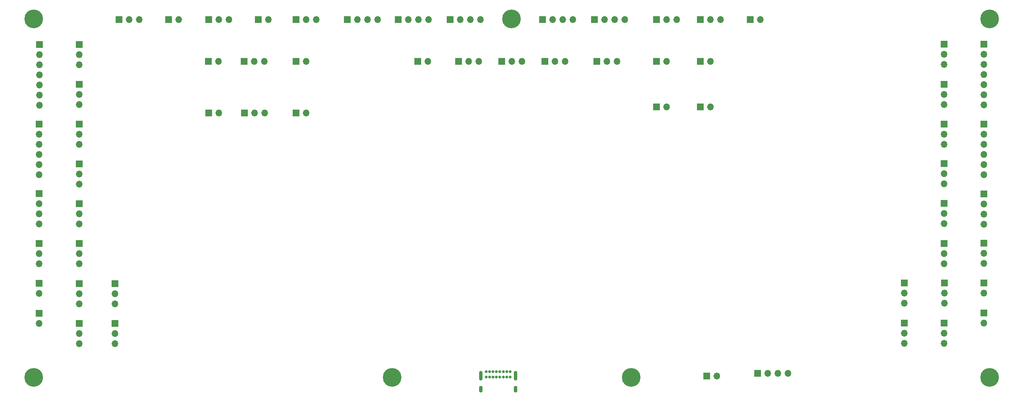
<source format=gbr>
%TF.GenerationSoftware,KiCad,Pcbnew,8.0.5*%
%TF.CreationDate,2024-09-28T19:10:59+02:00*%
%TF.ProjectId,FCU_Mainboard_v4,4643555f-4d61-4696-9e62-6f6172645f76,rev?*%
%TF.SameCoordinates,Original*%
%TF.FileFunction,Soldermask,Bot*%
%TF.FilePolarity,Negative*%
%FSLAX46Y46*%
G04 Gerber Fmt 4.6, Leading zero omitted, Abs format (unit mm)*
G04 Created by KiCad (PCBNEW 8.0.5) date 2024-09-28 19:10:59*
%MOMM*%
%LPD*%
G01*
G04 APERTURE LIST*
%ADD10C,0.700000*%
%ADD11O,0.900000X2.400000*%
%ADD12O,0.900000X1.700000*%
%ADD13R,1.700000X1.700000*%
%ADD14O,1.700000X1.700000*%
%ADD15C,3.100000*%
%ADD16C,4.700000*%
G04 APERTURE END LIST*
D10*
%TO.C,P1*%
X138650000Y-113540000D03*
X139500000Y-113540000D03*
X140350000Y-113540000D03*
X141200000Y-113540000D03*
X142050000Y-113540000D03*
X142900000Y-113540000D03*
X143750000Y-113540000D03*
X144600000Y-113540000D03*
X144600000Y-114890000D03*
X143750000Y-114890000D03*
X142900000Y-114890000D03*
X142050000Y-114890000D03*
X141200000Y-114890000D03*
X140350000Y-114890000D03*
X139500000Y-114890000D03*
X138650000Y-114890000D03*
D11*
X137300000Y-114520000D03*
D12*
X137300000Y-117900000D03*
D11*
X145950000Y-114520000D03*
D12*
X145950000Y-117900000D03*
%TD*%
D13*
%TO.C,J55*%
X263600000Y-31360000D03*
D14*
X263600000Y-33900000D03*
X263600000Y-36440000D03*
X263600000Y-38980000D03*
X263600000Y-41520000D03*
X263600000Y-44060000D03*
X263600000Y-46600000D03*
%TD*%
D13*
%TO.C,J56*%
X253650000Y-91300000D03*
D14*
X253650000Y-93840000D03*
X253650000Y-96380000D03*
%TD*%
D13*
%TO.C,J11*%
X153340000Y-35600000D03*
D14*
X155880000Y-35600000D03*
X158420000Y-35600000D03*
%TD*%
D13*
%TO.C,J49*%
X45400000Y-91400000D03*
D14*
X45400000Y-93940000D03*
X45400000Y-96480000D03*
%TD*%
D13*
%TO.C,J57*%
X243600000Y-91250000D03*
D14*
X243600000Y-93790000D03*
X243600000Y-96330000D03*
%TD*%
D13*
%TO.C,J37*%
X181400000Y-47100000D03*
D14*
X183940000Y-47100000D03*
%TD*%
D15*
%TO.C,H3*%
X265000000Y-25000000D03*
D16*
X265000000Y-25000000D03*
%TD*%
D13*
%TO.C,J33*%
X58900000Y-25100000D03*
D14*
X61440000Y-25100000D03*
%TD*%
D15*
%TO.C,H1*%
X175000000Y-115000000D03*
D16*
X175000000Y-115000000D03*
%TD*%
D13*
%TO.C,J54*%
X263600000Y-51400000D03*
D14*
X263600000Y-53940000D03*
X263600000Y-56480000D03*
X263600000Y-59020000D03*
X263600000Y-61560000D03*
X263600000Y-64100000D03*
%TD*%
D13*
%TO.C,J72*%
X68850000Y-35600000D03*
D14*
X71390000Y-35600000D03*
%TD*%
D13*
%TO.C,J42*%
X90900000Y-25100000D03*
D14*
X93440000Y-25100000D03*
X95980000Y-25100000D03*
%TD*%
D15*
%TO.C,H7*%
X265000000Y-115000000D03*
D16*
X265000000Y-115000000D03*
%TD*%
D13*
%TO.C,J6*%
X77900000Y-48600000D03*
D14*
X80440000Y-48600000D03*
X82980000Y-48600000D03*
%TD*%
D13*
%TO.C,J14*%
X116530000Y-25100000D03*
D14*
X119070000Y-25100000D03*
X121610000Y-25100000D03*
X124150000Y-25100000D03*
%TD*%
D13*
%TO.C,J46*%
X68900000Y-25100000D03*
D14*
X71440000Y-25100000D03*
X73980000Y-25100000D03*
%TD*%
D13*
%TO.C,J53*%
X26400000Y-31400000D03*
D14*
X26400000Y-33940000D03*
X26400000Y-36480000D03*
X26400000Y-39020000D03*
X26400000Y-41560000D03*
X26400000Y-44100000D03*
X26400000Y-46640000D03*
%TD*%
D15*
%TO.C,H2*%
X25000000Y-115000000D03*
D16*
X25000000Y-115000000D03*
%TD*%
D13*
%TO.C,J1*%
X26350000Y-68850000D03*
D14*
X26350000Y-71390000D03*
X26350000Y-73930000D03*
X26350000Y-76470000D03*
%TD*%
D13*
%TO.C,J47*%
X253600000Y-41400000D03*
D14*
X253600000Y-43940000D03*
X253600000Y-46480000D03*
%TD*%
D13*
%TO.C,J35*%
X181400000Y-25100000D03*
D14*
X183940000Y-25100000D03*
X186480000Y-25100000D03*
%TD*%
D13*
%TO.C,J24*%
X263600000Y-98800000D03*
D14*
X263600000Y-101340000D03*
%TD*%
D13*
%TO.C,J44*%
X26350000Y-98850000D03*
D14*
X26350000Y-101390000D03*
%TD*%
D13*
%TO.C,J7*%
X77850000Y-35600000D03*
D14*
X80390000Y-35600000D03*
X82930000Y-35600000D03*
%TD*%
D13*
%TO.C,J32*%
X81400000Y-25100000D03*
D14*
X83940000Y-25100000D03*
%TD*%
D13*
%TO.C,J3*%
X152730000Y-25100000D03*
D14*
X155270000Y-25100000D03*
X157810000Y-25100000D03*
X160350000Y-25100000D03*
%TD*%
D13*
%TO.C,J8*%
X166400000Y-35600000D03*
D14*
X168940000Y-35600000D03*
X171480000Y-35600000D03*
%TD*%
D13*
%TO.C,J70*%
X181400000Y-35600000D03*
D14*
X183940000Y-35600000D03*
%TD*%
D13*
%TO.C,J34*%
X192400000Y-47100000D03*
D14*
X194940000Y-47100000D03*
%TD*%
D13*
%TO.C,J39*%
X36400000Y-101400000D03*
D14*
X36400000Y-103940000D03*
X36400000Y-106480000D03*
%TD*%
D13*
%TO.C,J21*%
X36400000Y-41400000D03*
D14*
X36400000Y-43940000D03*
X36400000Y-46480000D03*
%TD*%
D13*
%TO.C,J31*%
X121400000Y-35600000D03*
D14*
X123940000Y-35600000D03*
%TD*%
D13*
%TO.C,J10*%
X131700000Y-35600000D03*
D14*
X134240000Y-35600000D03*
X136780000Y-35600000D03*
%TD*%
D15*
%TO.C,H4*%
X25000000Y-25000000D03*
D16*
X25000000Y-25000000D03*
%TD*%
D13*
%TO.C,J17*%
X36400000Y-71400000D03*
D14*
X36400000Y-73940000D03*
X36400000Y-76480000D03*
%TD*%
D13*
%TO.C,J18*%
X26350000Y-81400000D03*
D14*
X26350000Y-83940000D03*
X26350000Y-86480000D03*
%TD*%
D13*
%TO.C,J51*%
X26350000Y-51350000D03*
D14*
X26350000Y-53890000D03*
X26350000Y-56430000D03*
X26350000Y-58970000D03*
X26350000Y-61510000D03*
X26350000Y-64050000D03*
%TD*%
D13*
%TO.C,J22*%
X36400000Y-31400000D03*
D14*
X36400000Y-33940000D03*
X36400000Y-36480000D03*
%TD*%
D13*
%TO.C,J38*%
X26350000Y-91370000D03*
D14*
X26350000Y-93910000D03*
%TD*%
D13*
%TO.C,J69*%
X192400000Y-35600000D03*
D14*
X194940000Y-35600000D03*
%TD*%
D13*
%TO.C,J25*%
X253600000Y-101350000D03*
D14*
X253600000Y-103890000D03*
X253600000Y-106430000D03*
%TD*%
D13*
%TO.C,J19*%
X36400000Y-61400000D03*
D14*
X36400000Y-63940000D03*
X36400000Y-66480000D03*
%TD*%
D15*
%TO.C,H5*%
X115000000Y-115000000D03*
D16*
X115000000Y-115000000D03*
%TD*%
D13*
%TO.C,J58*%
X243600000Y-101300000D03*
D14*
X243600000Y-103840000D03*
X243600000Y-106380000D03*
%TD*%
D13*
%TO.C,J15*%
X103760000Y-25100000D03*
D14*
X106300000Y-25100000D03*
X108840000Y-25100000D03*
X111380000Y-25100000D03*
%TD*%
D13*
%TO.C,J16*%
X36400000Y-81400000D03*
D14*
X36400000Y-83940000D03*
X36400000Y-86480000D03*
%TD*%
D13*
%TO.C,J30*%
X204900000Y-25100000D03*
D14*
X207440000Y-25100000D03*
%TD*%
D13*
%TO.C,J40*%
X253600000Y-51350000D03*
D14*
X253600000Y-53890000D03*
X253600000Y-56430000D03*
%TD*%
D13*
%TO.C,J45*%
X46400000Y-25100000D03*
D14*
X48940000Y-25100000D03*
X51480000Y-25100000D03*
%TD*%
D13*
%TO.C,J28*%
X263600000Y-81300000D03*
D14*
X263600000Y-83840000D03*
X263600000Y-86380000D03*
%TD*%
D13*
%TO.C,J23*%
X263600000Y-91300000D03*
D14*
X263600000Y-93840000D03*
%TD*%
D13*
%TO.C,J41*%
X192400000Y-25100000D03*
D14*
X194940000Y-25100000D03*
X197480000Y-25100000D03*
%TD*%
D13*
%TO.C,J59*%
X193975000Y-114650000D03*
D14*
X196515000Y-114650000D03*
%TD*%
D13*
%TO.C,J2*%
X263600000Y-68900000D03*
D14*
X263600000Y-71440000D03*
X263600000Y-73980000D03*
X263600000Y-76520000D03*
%TD*%
D13*
%TO.C,J36*%
X36400000Y-91400000D03*
D14*
X36400000Y-93940000D03*
X36400000Y-96480000D03*
%TD*%
D13*
%TO.C,J60*%
X206780000Y-113950000D03*
D14*
X209320000Y-113950000D03*
X211860000Y-113950000D03*
X214400000Y-113950000D03*
%TD*%
D13*
%TO.C,J29*%
X253600000Y-61300000D03*
D14*
X253600000Y-63840000D03*
X253600000Y-66380000D03*
%TD*%
D13*
%TO.C,J4*%
X165760000Y-25100000D03*
D14*
X168300000Y-25100000D03*
X170840000Y-25100000D03*
X173380000Y-25100000D03*
%TD*%
D13*
%TO.C,J27*%
X253600000Y-71300000D03*
D14*
X253600000Y-73840000D03*
X253600000Y-76380000D03*
%TD*%
D13*
%TO.C,J48*%
X68900000Y-48600000D03*
D14*
X71440000Y-48600000D03*
%TD*%
D13*
%TO.C,J20*%
X36400000Y-51400000D03*
D14*
X36400000Y-53940000D03*
X36400000Y-56480000D03*
%TD*%
D13*
%TO.C,J71*%
X90850000Y-35600000D03*
D14*
X93390000Y-35600000D03*
%TD*%
D13*
%TO.C,J43*%
X90900000Y-48600000D03*
D14*
X93440000Y-48600000D03*
%TD*%
D13*
%TO.C,J5*%
X129540000Y-25100000D03*
D14*
X132080000Y-25100000D03*
X134620000Y-25100000D03*
X137160000Y-25100000D03*
%TD*%
D13*
%TO.C,J52*%
X253600000Y-31350000D03*
D14*
X253600000Y-33890000D03*
X253600000Y-36430000D03*
%TD*%
D15*
%TO.C,H6*%
X145000000Y-25000000D03*
D16*
X145000000Y-25000000D03*
%TD*%
D13*
%TO.C,J9*%
X142490000Y-35600000D03*
D14*
X145030000Y-35600000D03*
X147570000Y-35600000D03*
%TD*%
D13*
%TO.C,J26*%
X253600000Y-81350000D03*
D14*
X253600000Y-83890000D03*
X253600000Y-86430000D03*
%TD*%
D13*
%TO.C,J50*%
X45400000Y-101400000D03*
D14*
X45400000Y-103940000D03*
X45400000Y-106480000D03*
%TD*%
M02*

</source>
